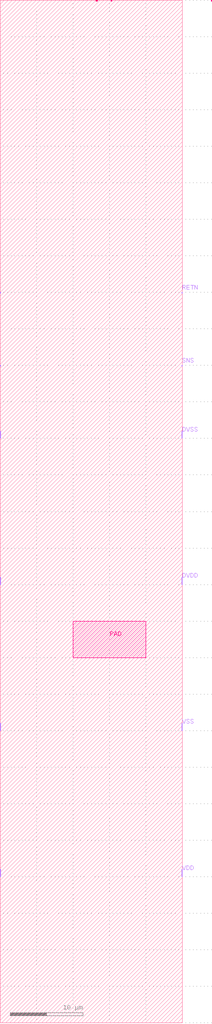
<source format=lef>
VERSION 5.8 ;

#NAMESCASESENSITIVE ON ;
USEMINSPACING OBS OFF ;
#BUSBITCHARS "[]" ;

# UNITS
# YBASE MICRON 1000 ;
# END UNITS

SITE IOSITE
  SYMMETRY Y ;
  CLASS PAD ;
  SIZE    1.000 BY 140.000 ;
END IOSITE

# IO pad with no top level pin shape
MACRO PADCELL_SIG_V
  CLASS PAD AREAIO ;
  ORIGIN 0 0 ;
  FOREIGN PADCELL_SIG_V 0 0 ;
  SIZE 25.0 BY 140 ;
  SYMMETRY X Y R90 ;
  SITE IOSITE ;
  PIN PAD 
    USE SIGNAL ;
    DIRECTION INOUT ;
    PORT
      CLASS BUMP ;
      LAYER metal9 ;
        RECT 10.0 50.0 20.0 55.0 ;
    END
  END PAD
  PIN A
    USE SIGNAL ;
    DIRECTION INPUT ;
    PORT
      CLASS CORE ;
      LAYER metal4 ;
        RECT 13.170 139.900 13.330 140.000 ;
      LAYER metal5 ; 
        RECT 13.170 139.900 13.330 140.000 ;
      LAYER metal6 ; 
        RECT 13.170 139.900 13.330 140.000 ;
      LAYER metal7 ; 
        RECT 13.170 139.900 13.330 140.000 ;
      LAYER metal8 ;
        RECT 13.170 139.900 13.330 140.000 ;
      LAYER metal9 ;
        RECT 13.170 139.900 13.330 140.000 ;
    END
  END A
  PIN Y
    USE SIGNAL ;
    DIRECTION OUTPUT ;
    PORT
      CLASS CORE ;
      LAYER metal4 ;
        RECT 28.936 139.900 29.096 140.000 ;
      LAYER metal5 ;
        RECT 28.936 139.900 29.096 140.000 ;
      LAYER metal6 ;
        RECT 28.936 139.900 29.096 140.000 ;
      LAYER metal7 ;
        RECT 28.936 139.900 29.096 140.000 ;
      LAYER metal8 ;
        RECT 28.936 139.900 29.096 140.000 ;
      LAYER metal9 ;
        RECT 28.936 139.900 29.096 140.000 ;
    END
  END Y
  PIN PU
    USE SIGNAL ;
    DIRECTION OUTPUT ;
    PORT
      CLASS CORE ;
      LAYER metal4 ;
        RECT 15.170 139.900 15.330 140.000 ;
      LAYER metal5 ;
        RECT 15.170 139.900 15.330 140.000 ;
      LAYER metal6 ;
        RECT 15.170 139.900 15.330 140.000 ;
      LAYER metal7 ;
        RECT 15.170 139.900 15.330 140.000 ;
      LAYER metal8 ;
        RECT 15.170 139.900 15.330 140.000 ;
      LAYER metal9 ;
        RECT 15.170 139.900 15.330 140.000 ;
    END
  END PU
  PIN OE
    USE SIGNAL ;
    DIRECTION OUTPUT ;
    PORT
      CLASS CORE ;
      LAYER metal4 ;
        RECT 15.170 139.900 15.330 140.000 ;
      LAYER metal5 ;
        RECT 15.170 139.900 15.330 140.000 ;
      LAYER metal6 ;
        RECT 15.170 139.900 15.330 140.000 ;
      LAYER metal7 ;
        RECT 15.170 139.900 15.330 140.000 ;
      LAYER metal8 ;
        RECT 15.170 139.900 15.330 140.000 ;
      LAYER metal9 ;
        RECT 15.170 139.900 15.330 140.000 ;
    END
  END OE
  PIN RETN
    USE SIGNAL ;
    DIRECTION INPUT ;
    SHAPE ABUTMENT ;
    PORT 
      LAYER metal4 ;
        RECT  0.000  99.900  0.100 100.00 ;
      LAYER metal4 ;
        RECT 24.900  99.900 25.000 100.00 ;
    END
  END RETN
  PIN SNS
    USE SIGNAL ;
    DIRECTION INPUT ;
    SHAPE ABUTMENT ;
    PORT 
      LAYER metal4 ;
        RECT  0.000  89.900  0.100 90.00 ;
      LAYER metal4 ;
        RECT 24.900  89.900 25.000 90.00 ;
    END
  END SNS
  PIN VDD
    USE POWER ;
    PORT
      CLASS CORE ;
      LAYER metal4 ;
      RECT 0.000 20.0 0.100 21.0 ;
      LAYER metal4 ;
      RECT 24.90 20.0 25.00 21.0 ;
    END
  END VDD
  PIN VSS
    USE GROUND ;
    PORT
      CLASS CORE ;
      LAYER metal4 ;
      RECT 0.000 40.0 0.100 41.0 ;
      LAYER metal4 ;
      RECT 24.90 40.0 25.00 41.0 ;
    END
  END VSS
  PIN DVDD
    USE POWER ;
    PORT
      CLASS CORE ;
      LAYER metal4 ;
      RECT 0.000 60.0 0.100 61.0 ;
      LAYER metal4 ;
      RECT 24.90 60.0 25.00 61.0 ;
    END
  END DVDD
  PIN DVSS
    USE GROUND ;
    PORT
      CLASS CORE ;
      LAYER metal4 ;
      RECT 0.000 80.0 0.100 81.0 ;
      LAYER metal4 ;
      RECT 24.90 80.0 25.00 81.0 ;
    END
  END DVSS
END PADCELL_SIG_V

END LIBRARY

</source>
